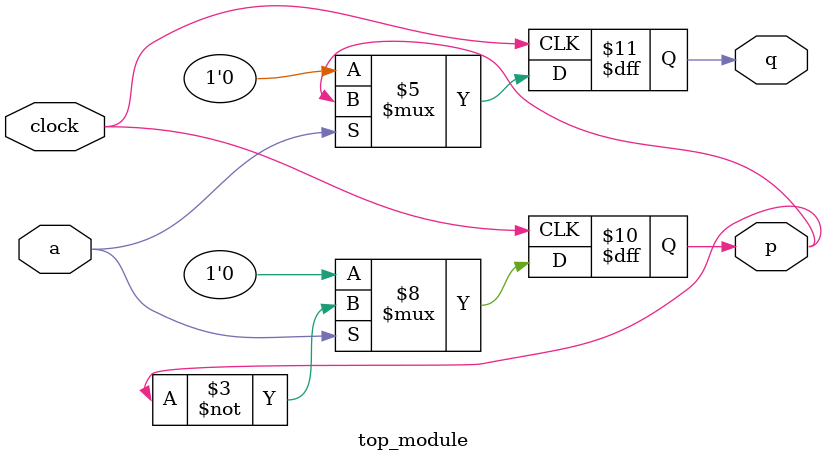
<source format=sv>
module top_module (
    input wire clock,
    input wire a, 
    output reg p,
    output reg q
);

    always @(posedge clock) begin
        if (a == 1'b0) begin
            p <= 1'b0;
            q <= 1'b0;
        end else begin
            p <= ~p;
            q <= p;
        end
    end

endmodule

</source>
